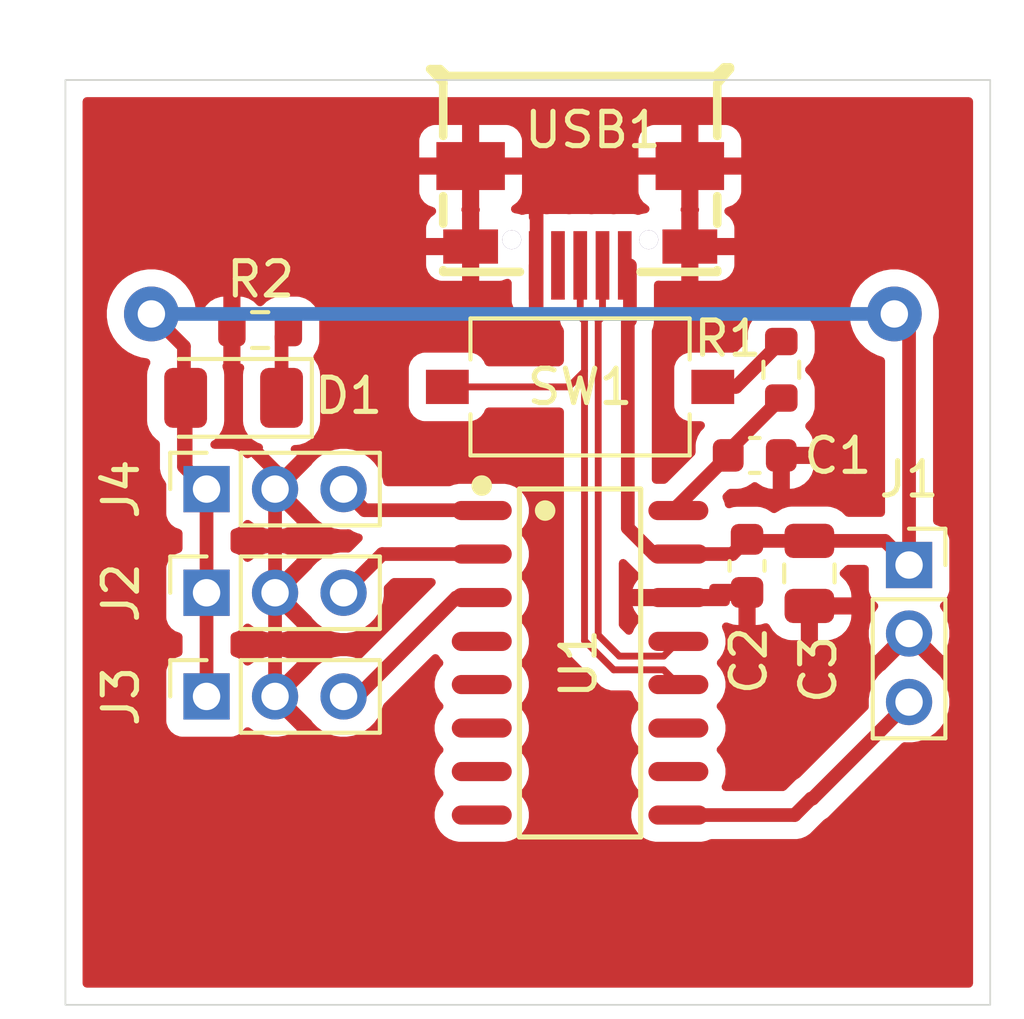
<source format=kicad_pcb>
(kicad_pcb (version 20241229) (generator "pcbnew") (generator_version "9.0")
  (layers (0 "F.Cu" signal) (2 "B.Cu" signal) (13 "F.Paste" user) (15 "B.Paste" user) (5 "F.SilkS" user "F.Silkscreen") (7 "B.SilkS" user "B.Silkscreen") (1 "F.Mask" user) (3 "B.Mask" user) (25 "Edge.Cuts" user))
  (net 0 "")
  (net 1 "GND")
  (net 2 "+3V3")
  (net 3 "VCC")
  (net 4 "Net-(SW1-B)")
  (net 5 "Net-(D1-K)")
  (net 7 "/D+")
  (net 8 "/D-")
  (net 9 "/3.2")
  (net 10 "/3.4")
  (net 16 "A0")
  (net 17 "A1")
  (net 18 "A2")
  (net 19 "A3")
  (footprint "mylib:SOP-16_L10.0-W3.9-P1.27-LS6.0-BL" (layer "F.Cu") (at 143.125 65.06 -90)
    (property "Reference" "U1" (at 0.01 0.045 90) (layer "F.SilkS"))
    (property "Value" "CH552G")
    (fp_line (start -5.08 1.77) (end -5.08 -1.77) (stroke (width 0.15)) (layer "F.SilkS"))
    (fp_line (start 5.08 1.77) (end -5.08 1.77) (stroke (width 0.15)) (layer "F.SilkS"))
    (fp_line (start -5.08 -1.77) (end 5.08 -1.77) (stroke (width 0.15)) (layer "F.SilkS"))
    (fp_line (start 5.08 -1.77) (end 5.08 1.77) (stroke (width 0.15)) (layer "F.SilkS"))
    (fp_circle (center -5.18 2.87) (end -5.03 2.87) (stroke (width 0.3)) (fill no) (layer "F.SilkS"))
    (fp_circle (center -4.45 1.02) (end -4.3 1.02) (stroke (width 0.3)) (fill no) (layer "F.SilkS"))
    (pad "1" smd oval (at -4.45 2.87 270) (size 0.56 1.75) (layers "F.Cu" "F.Mask" "F.Paste") (net 19 "A3"))
    (pad "2" smd oval (at -3.18 2.87 270) (size 0.56 1.75) (layers "F.Cu" "F.Mask" "F.Paste") (net 17 "A1"))
    (pad "3" smd oval (at -1.91 2.87 270) (size 0.56 1.75) (layers "F.Cu" "F.Mask" "F.Paste") (net 18 "A2"))
    (pad "4" smd oval (at -0.63 2.87 270) (size 0.56 1.75) (layers "F.Cu" "F.Mask" "F.Paste"))
    (pad "5" smd oval (at 0.63 2.87 270) (size 0.56 1.75) (layers "F.Cu" "F.Mask" "F.Paste"))
    (pad "6" smd oval (at 1.9 2.87 270) (size 0.56 1.75) (layers "F.Cu" "F.Mask" "F.Paste"))
    (pad "7" smd oval (at 3.17 2.87 270) (size 0.56 1.75) (layers "F.Cu" "F.Mask" "F.Paste"))
    (pad "8" smd oval (at 4.44 2.87 270) (size 0.56 1.75) (layers "F.Cu" "F.Mask" "F.Paste"))
    (pad "9" smd oval (at 4.44 -2.87 270) (size 0.56 1.75) (layers "F.Cu" "F.Mask" "F.Paste") (net 16 "A0"))
    (pad "10" smd oval (at 3.17 -2.87 270) (size 0.56 1.75) (layers "F.Cu" "F.Mask" "F.Paste") (net 9 "/3.2"))
    (pad "11" smd oval (at 1.9 -2.87 270) (size 0.56 1.75) (layers "F.Cu" "F.Mask" "F.Paste") (net 10 "/3.4"))
    (pad "12" smd oval (at 0.63 -2.87 270) (size 0.56 1.75) (layers "F.Cu" "F.Mask" "F.Paste") (net 7 "/D+"))
    (pad "13" smd oval (at -0.63 -2.87 270) (size 0.56 1.75) (layers "F.Cu" "F.Mask" "F.Paste") (net 8 "/D-"))
    (pad "14" smd oval (at -1.91 -2.87 270) (size 0.56 1.75) (layers "F.Cu" "F.Mask" "F.Paste") (net 1 "GND"))
    (pad "15" smd oval (at -3.18 -2.87 270) (size 0.56 1.75) (layers "F.Cu" "F.Mask" "F.Paste") (net 3 "VCC"))
    (pad "16" smd oval (at -4.45 -2.87 270) (size 0.56 1.75) (layers "F.Cu" "F.Mask" "F.Paste") (net 2 "+3V3"))
  )
  (footprint "Capacitor_SMD:C_0805_2012Metric" (layer "F.Cu") (at 149.82 62.445 -90)
    (property "Reference" "C3" (at 2.805 -0.26 90) (layer "F.SilkS"))
    (property "Value" "10uf")
    (fp_line (start -0.261252 0.735) (end 0.261252 0.735) (stroke (width 0.12)) (layer "F.SilkS"))
    (fp_line (start -0.261252 -0.735) (end 0.261252 -0.735) (stroke (width 0.12)) (layer "F.SilkS"))
    (pad "1" smd roundrect (at -0.95 0 270) (size 1 1.45) (layers "F.Cu" "F.Mask" "F.Paste") (net 3 "VCC"))
    (pad "2" smd roundrect (at 0.95 0 270) (size 1 1.45) (layers "F.Cu" "F.Mask" "F.Paste") (net 1 "GND"))
  )
  (footprint "LED_SMD:LED_1206_3216Metric" (layer "F.Cu") (at 133.01 57.32 180)
    (property "Reference" "D1" (at -3.36 0.06 0) (layer "F.SilkS"))
    (property "Value" "LED")
    (fp_line (start 1.6 -1.135) (end -2.285 -1.135) (stroke (width 0.12)) (layer "F.SilkS"))
    (fp_line (start -2.285 1.135) (end 1.6 1.135) (stroke (width 0.12)) (layer "F.SilkS"))
    (fp_line (start -2.285 -1.135) (end -2.285 1.135) (stroke (width 0.12)) (layer "F.SilkS"))
    (pad "1" smd roundrect (at -1.4 0 180) (size 1.25 1.75) (layers "F.Cu" "F.Mask" "F.Paste") (roundrect_rratio 0.2) (net 5 "Net-(D1-K)"))
    (pad "2" smd roundrect (at 1.4 0 180) (size 1.25 1.75) (layers "F.Cu" "F.Mask" "F.Paste") (roundrect_rratio 0.2) (net 3 "VCC"))
  )
  (footprint "Button_Switch_SMD:SW_Tactile_SPST_NO_Straight_CK_PTS636Sx25SMTRLFS" (layer "F.Cu") (at 143.125 57)
    (property "Reference" "SW1" (at 0 0 0) (layer "F.SilkS"))
    (property "Value" "SW_SPST")
    (fp_line (start -3.2 -2) (end -3.2 -0.8) (stroke (width 0.12)) (layer "F.SilkS"))
    (fp_line (start -3.2 0.8) (end -3.2 2) (stroke (width 0.12)) (layer "F.SilkS"))
    (fp_line (start -3.2 2) (end 3.2 2) (stroke (width 0.12)) (layer "F.SilkS"))
    (fp_line (start 3.2 -2) (end -3.2 -2) (stroke (width 0.12)) (layer "F.SilkS"))
    (fp_line (start 3.2 -0.8) (end 3.2 -2) (stroke (width 0.12)) (layer "F.SilkS"))
    (fp_line (start 3.2 2) (end 3.2 0.8) (stroke (width 0.12)) (layer "F.SilkS"))
    (pad "1" smd rect (at -3.875 0) (size 1.25 1) (layers "F.Cu" "F.Mask" "F.Paste") (net 7 "/D+"))
    (pad "2" smd rect (at 3.875 0) (size 1.25 1) (layers "F.Cu" "F.Mask" "F.Paste") (net 4 "Net-(SW1-B)"))
  )
  (footprint "Capacitor_SMD:C_0603_1608Metric" (layer "F.Cu") (at 148 62.225 -90)
    (property "Reference" "C2" (at 2.765 -0.05 270) (layer "F.SilkS"))
    (property "Value" "100n")
    (fp_line (start -0.14058 0.51) (end 0.14058 0.51) (stroke (width 0.12)) (layer "F.SilkS"))
    (fp_line (start -0.14058 -0.51) (end 0.14058 -0.51) (stroke (width 0.12)) (layer "F.SilkS"))
    (pad "1" smd roundrect (at -0.775 0 270) (size 0.9 0.95) (layers "F.Cu" "F.Mask" "F.Paste") (net 3 "VCC"))
    (pad "2" smd roundrect (at 0.775 0 270) (size 0.9 0.95) (layers "F.Cu" "F.Mask" "F.Paste") (net 1 "GND"))
  )
  (footprint "Connector_PinSocket_2.00mm:PinSocket_1x03_P2.00mm_Vertical" (layer "F.Cu") (at 152.73 62.2)
    (property "Reference" "J1" (at 0 -2.5 0) (layer "F.SilkS"))
    (property "Value" "A0")
    (fp_line (start -1.06 1) (end -1.06 5.06) (stroke (width 0.12)) (layer "F.SilkS"))
    (fp_line (start -1.06 1) (end 1.06 1) (stroke (width 0.12)) (layer "F.SilkS"))
    (fp_line (start -1.06 5.06) (end 1.06 5.06) (stroke (width 0.12)) (layer "F.SilkS"))
    (fp_line (start 0 -1.06) (end 1.06 -1.06) (stroke (width 0.12)) (layer "F.SilkS"))
    (fp_line (start 1.06 -1.06) (end 1.06 0) (stroke (width 0.12)) (layer "F.SilkS"))
    (fp_line (start 1.06 1) (end 1.06 5.06) (stroke (width 0.12)) (layer "F.SilkS"))
    (pad "1" thru_hole rect (at 0 0) (size 1.35 1.35) (drill 0.8) (layers "*.Cu" "*.Mask") (net 3 "VCC"))
    (pad "2" thru_hole circle (at 0 2) (size 1.35 1.35) (drill 0.8) (layers "*.Cu" "*.Mask") (net 1 "GND"))
    (pad "3" thru_hole circle (at 0 4) (size 1.35 1.35) (drill 0.8) (layers "*.Cu" "*.Mask") (net 16 "A0"))
  )
  (footprint "Capacitor_SMD:C_0603_1608Metric" (layer "F.Cu") (at 148.225 59)
    (property "Reference" "C1" (at 2.425 0.01 0) (layer "F.SilkS"))
    (property "Value" "100n")
    (fp_line (start -0.14058 -0.51) (end 0.14058 -0.51) (stroke (width 0.12)) (layer "F.SilkS"))
    (fp_line (start -0.14058 0.51) (end 0.14058 0.51) (stroke (width 0.12)) (layer "F.SilkS"))
    (pad "1" smd roundrect (at -0.775 0) (size 0.9 0.95) (layers "F.Cu" "F.Mask" "F.Paste") (net 2 "+3V3"))
    (pad "2" smd roundrect (at 0.775 0) (size 0.9 0.95) (layers "F.Cu" "F.Mask" "F.Paste") (net 1 "GND"))
  )
  (footprint "mylib:MICRO-USB-SMD_MICROQTJ-5P" (layer "F.Cu") (at 143.13 52.0025 180)
    (property "Reference" "USB1" (at -0.37 2.5025 0) (layer "F.SilkS"))
    (property "Value" "MICROQTJ")
    (fp_line (start 4.38 4.28) (end 4.09 4.28) (stroke (width 0.25)) (layer "F.SilkS"))
    (fp_line (start 4.09 4.28) (end 3.88 4.08) (stroke (width 0.25)) (layer "F.SilkS"))
    (fp_line (start 4 2.39) (end 4 3.99) (stroke (width 0.25)) (layer "F.SilkS"))
    (fp_line (start 4 2.39) (end 4 2.33) (stroke (width 0.25)) (layer "F.SilkS"))
    (fp_line (start 4 0.57) (end 4 -0.23) (stroke (width 0.25)) (layer "F.SilkS"))
    (fp_line (start 4 -1.59) (end 4 -1.64) (stroke (width 0.25)) (layer "F.SilkS"))
    (fp_line (start 3.99 3.86) (end 4.38 4.28) (stroke (width 0.25)) (layer "F.SilkS"))
    (fp_line (start 3.88 4.08) (end -3.94 4.08) (stroke (width 0.25)) (layer "F.SilkS"))
    (fp_line (start 1.76 -1.64) (end 4 -1.64) (stroke (width 0.25)) (layer "F.SilkS"))
    (fp_line (start -3.94 4.08) (end -4.2 4.33) (stroke (width 0.25)) (layer "F.SilkS"))
    (fp_line (start -4 2.39) (end -4 3.86) (stroke (width 0.25)) (layer "F.SilkS"))
    (fp_line (start -4 2.39) (end -4 2.33) (stroke (width 0.25)) (layer "F.SilkS"))
    (fp_line (start -4 0.57) (end -4 -0.23) (stroke (width 0.25)) (layer "F.SilkS"))
    (fp_line (start -4 -1.59) (end -4 -1.64) (stroke (width 0.25)) (layer "F.SilkS"))
    (fp_line (start -4 -1.64) (end -1.76 -1.64) (stroke (width 0.25)) (layer "F.SilkS"))
    (fp_line (start -4.2 4.33) (end -4.37 4.33) (stroke (width 0.25)) (layer "F.SilkS"))
    (fp_line (start -4.37 4.33) (end -4.37 4.28) (stroke (width 0.25)) (layer "F.SilkS"))
    (fp_line (start -4.37 4.28) (end -4.01 3.86) (stroke (width 0.25)) (layer "F.SilkS"))
    (pad "" thru_hole circle (at -2 -0.7 180) (size 0.55 0.55) (drill 0.55) (layers "*.Cu" "*.Mask"))
    (pad "" thru_hole circle (at 2 -0.7 180) (size 0.55 0.55) (drill 0.55) (layers "*.Cu" "*.Mask"))
    (pad "1" smd rect (at -1.3 -1.45 90) (size 2 0.4) (layers "F.Cu" "F.Mask" "F.Paste") (net 3 "VCC"))
    (pad "2" smd rect (at -0.65 -1.45 90) (size 2 0.4) (layers "F.Cu" "F.Mask" "F.Paste") (net 8 "/D-"))
    (pad "3" smd rect (at 0 -1.45 90) (size 2 0.4) (layers "F.Cu" "F.Mask" "F.Paste") (net 7 "/D+"))
    (pad "4" smd rect (at 0.65 -1.45 90) (size 2 0.4) (layers "F.Cu" "F.Mask" "F.Paste"))
    (pad "5" smd rect (at 1.3 -1.45 90) (size 2 0.4) (layers "F.Cu" "F.Mask" "F.Paste") (net 1 "GND"))
    (pad "6" smd rect (at -3.2 -0.9 180) (size 1.6 1) (layers "F.Cu" "F.Mask" "F.Paste") (net 1 "GND"))
    (pad "7" smd rect (at -3.2 1.45 180) (size 2 1.4) (layers "F.Cu" "F.Mask" "F.Paste") (net 1 "GND"))
    (pad "8" smd rect (at 3.2 1.45 180) (size 2 1.4) (layers "F.Cu" "F.Mask" "F.Paste") (net 1 "GND"))
    (pad "9" smd rect (at 3.2 -0.9 180) (size 1.6 1) (layers "F.Cu" "F.Mask" "F.Paste") (net 1 "GND"))
  )
  (footprint "Connector_PinSocket_2.00mm:PinSocket_1x03_P2.00mm_Vertical" (layer "F.Cu") (at 132.22 59.983333 90)
    (property "Reference" "J4" (at 0 -2.5 90) (layer "F.SilkS"))
    (property "Value" "A3")
    (fp_line (start 1.06 -1.06) (end 1.06 0) (stroke (width 0.12)) (layer "F.SilkS"))
    (fp_line (start 0 -1.06) (end 1.06 -1.06) (stroke (width 0.12)) (layer "F.SilkS"))
    (fp_line (start 1.06 1) (end 1.06 5.06) (stroke (width 0.12)) (layer "F.SilkS"))
    (fp_line (start -1.06 1) (end 1.06 1) (stroke (width 0.12)) (layer "F.SilkS"))
    (fp_line (start -1.06 1) (end -1.06 5.06) (stroke (width 0.12)) (layer "F.SilkS"))
    (fp_line (start -1.06 5.06) (end 1.06 5.06) (stroke (width 0.12)) (layer "F.SilkS"))
    (pad "1" thru_hole rect (at 0 0 90) (size 1.35 1.35) (drill 0.8) (layers "*.Cu" "*.Mask") (net 3 "VCC"))
    (pad "2" thru_hole circle (at 0 2 90) (size 1.35 1.35) (drill 0.8) (layers "*.Cu" "*.Mask") (net 1 "GND"))
    (pad "3" thru_hole circle (at 0 4 90) (size 1.35 1.35) (drill 0.8) (layers "*.Cu" "*.Mask") (net 19 "A3"))
  )
  (footprint "Resistor_SMD:R_0603_1608Metric" (layer "F.Cu") (at 149 56.5 90)
    (property "Reference" "R1" (at 0.91 -1.56 180) (layer "F.SilkS"))
    (property "Value" "10k")
    (fp_line (start -0.237258 -0.5225) (end 0.237258 -0.5225) (stroke (width 0.12)) (layer "F.SilkS"))
    (fp_line (start -0.237258 0.5225) (end 0.237258 0.5225) (stroke (width 0.12)) (layer "F.SilkS"))
    (pad "1" smd roundrect (at -0.825 0 90) (size 0.8 0.95) (layers "F.Cu" "F.Mask" "F.Paste") (net 2 "+3V3"))
    (pad "2" smd roundrect (at 0.825 0 90) (size 0.8 0.95) (layers "F.Cu" "F.Mask" "F.Paste") (net 4 "Net-(SW1-B)"))
  )
  (footprint "Connector_PinSocket_2.00mm:PinSocket_1x03_P2.00mm_Vertical" (layer "F.Cu") (at 132.22 66.036666 90)
    (property "Reference" "J3" (at 0 -2.5 90) (layer "F.SilkS"))
    (property "Value" "A2")
    (fp_line (start 1.06 -1.06) (end 1.06 0) (stroke (width 0.12)) (layer "F.SilkS"))
    (fp_line (start 0 -1.06) (end 1.06 -1.06) (stroke (width 0.12)) (layer "F.SilkS"))
    (fp_line (start 1.06 1) (end 1.06 5.06) (stroke (width 0.12)) (layer "F.SilkS"))
    (fp_line (start -1.06 1) (end 1.06 1) (stroke (width 0.12)) (layer "F.SilkS"))
    (fp_line (start -1.06 1) (end -1.06 5.06) (stroke (width 0.12)) (layer "F.SilkS"))
    (fp_line (start -1.06 5.06) (end 1.06 5.06) (stroke (width 0.12)) (layer "F.SilkS"))
    (pad "1" thru_hole rect (at 0 0 90) (size 1.35 1.35) (drill 0.8) (layers "*.Cu" "*.Mask") (net 3 "VCC"))
    (pad "2" thru_hole circle (at 0 2 90) (size 1.35 1.35) (drill 0.8) (layers "*.Cu" "*.Mask") (net 1 "GND"))
    (pad "3" thru_hole circle (at 0 4 90) (size 1.35 1.35) (drill 0.8) (layers "*.Cu" "*.Mask") (net 18 "A2"))
  )
  (footprint "Resistor_SMD:R_0603_1608Metric" (layer "F.Cu") (at 133.785 55.34 180)
    (property "Reference" "R2" (at -0.015 1.48 0) (layer "F.SilkS"))
    (property "Value" "1k")
    (fp_line (start -0.237258 0.5225) (end 0.237258 0.5225) (stroke (width 0.12)) (layer "F.SilkS"))
    (fp_line (start -0.237258 -0.5225) (end 0.237258 -0.5225) (stroke (width 0.12)) (layer "F.SilkS"))
    (pad "1" smd roundrect (at -0.825 0 180) (size 0.8 0.95) (layers "F.Cu" "F.Mask" "F.Paste") (net 5 "Net-(D1-K)"))
    (pad "2" smd roundrect (at 0.825 0 180) (size 0.8 0.95) (layers "F.Cu" "F.Mask" "F.Paste") (net 1 "GND"))
  )
  (footprint "Connector_PinSocket_2.00mm:PinSocket_1x03_P2.00mm_Vertical" (layer "F.Cu") (at 132.22 63.01 90)
    (property "Reference" "J2" (at 0 -2.5 90) (layer "F.SilkS"))
    (property "Value" "A1")
    (fp_line (start 1.06 -1.06) (end 1.06 0) (stroke (width 0.12)) (layer "F.SilkS"))
    (fp_line (start 0 -1.06) (end 1.06 -1.06) (stroke (width 0.12)) (layer "F.SilkS"))
    (fp_line (start 1.06 1) (end 1.06 5.06) (stroke (width 0.12)) (layer "F.SilkS"))
    (fp_line (start -1.06 1) (end 1.06 1) (stroke (width 0.12)) (layer "F.SilkS"))
    (fp_line (start -1.06 1) (end -1.06 5.06) (stroke (width 0.12)) (layer "F.SilkS"))
    (fp_line (start -1.06 5.06) (end 1.06 5.06) (stroke (width 0.12)) (layer "F.SilkS"))
    (pad "1" thru_hole rect (at 0 0 90) (size 1.35 1.35) (drill 0.8) (layers "*.Cu" "*.Mask") (net 3 "VCC"))
    (pad "2" thru_hole circle (at 0 2 90) (size 1.35 1.35) (drill 0.8) (layers "*.Cu" "*.Mask") (net 1 "GND"))
    (pad "3" thru_hole circle (at 0 4 90) (size 1.35 1.35) (drill 0.8) (layers "*.Cu" "*.Mask") (net 17 "A1"))
  )
  (gr_rect (start 128.1 48.04) (end 155.1 75.04) (stroke (width 0.05)) (fill no) (layer "Edge.Cuts"))
  (segment (start 149.82 63.395) (end 149.82 63.27) (width 0.4) (layer "F.Cu") (net 1))
  (segment (start 141.83 53.4525) (end 141.83 55.57) (width 0.4) (layer "F.Cu") (net 1))
  (segment (start 134.22 59.983333) (end 134.22 59.45) (width 0.4) (layer "F.Cu") (net 1))
  (segment (start 141.856 55.544) (end 141.856 50.746) (width 0.4) (layer "F.Cu") (net 1))
  (segment (start 141.83 55.57) (end 141.856 55.544) (width 0.4) (layer "F.Cu") (net 1))
  (segment (start 134.22 59.983333) (end 134.22 66.036666) (width 0.4) (layer "F.Cu") (net 1))
  (segment (start 134.22 59.45) (end 133.57 58.8) (width 0.4) (layer "F.Cu") (net 1))
  (segment (start 141.856 50.746) (end 141.84 50.73) (width 0.4) (layer "F.Cu") (net 1))
  (segment (start 147.45 58.875) (end 149 57.325) (width 0.4) (layer "F.Cu") (net 2))
  (segment (start 145.995 60.61) (end 145.995 60.455) (width 0.4) (layer "F.Cu") (net 2))
  (segment (start 147.45 59) (end 147.45 58.875) (width 0.4) (layer "F.Cu") (net 2))
  (segment (start 145.995 60.455) (end 147.45 59) (width 0.4) (layer "F.Cu") (net 2))
  (segment (start 148.045 61.495) (end 148 61.45) (width 0.4) (layer "F.Cu") (net 3))
  (segment (start 132.22 59.983333) (end 132.22 66.036666) (width 0.4) (layer "F.Cu") (net 3))
  (segment (start 131.56 59.323333) (end 132.22 59.983333) (width 0.4) (layer "F.Cu") (net 3))
  (segment (start 147.57 61.88) (end 148 61.45) (width 0.4) (layer "F.Cu") (net 3))
  (segment (start 144.519 61.119) (end 144.519 55.1155) (width 0.4) (layer "F.Cu") (net 3))
  (segment (start 149.82 61.495) (end 148.045 61.495) (width 0.4) (layer "F.Cu") (net 3))
  (segment (start 152.73 55.3) (end 152.3 54.87) (width 0.4) (layer "F.Cu") (net 3))
  (segment (start 144.581 55.0535) (end 144.581 53.4525) (width 0.4) (layer "F.Cu") (net 3))
  (segment (start 130.61 54.87) (end 131.56 55.82) (width 0.4) (layer "F.Cu") (net 3))
  (segment (start 152.73 62.2) (end 152.73 55.3) (width 0.4) (layer "F.Cu") (net 3))
  (segment (start 131.56 55.82) (end 131.56 59.323333) (width 0.4) (layer "F.Cu") (net 3))
  (segment (start 131.61 59.373333) (end 131.61 57.32) (width 0.4) (layer "F.Cu") (net 3))
  (segment (start 132.22 59.983333) (end 131.61 59.373333) (width 0.4) (layer "F.Cu") (net 3))
  (segment (start 145.995 61.88) (end 145.28 61.88) (width 0.4) (layer "F.Cu") (net 3))
  (segment (start 144.519 55.1155) (end 144.581 55.0535) (width 0.4) (layer "F.Cu") (net 3))
  (segment (start 145.995 61.88) (end 147.57 61.88) (width 0.4) (layer "F.Cu") (net 3))
  (segment (start 145.28 61.88) (end 144.519 61.119) (width 0.4) (layer "F.Cu") (net 3))
  (segment (start 152.025 61.495) (end 152.73 62.2) (width 0.4) (layer "F.Cu") (net 3))
  (segment (start 149.82 61.495) (end 152.025 61.495) (width 0.4) (layer "F.Cu") (net 3))
  (via (at 130.61 54.87) (size 1.6) (drill 0.8) (layers "F.Cu" "B.Cu") (net 3))
  (via (at 152.3 54.87) (size 1.6) (drill 0.8) (layers "F.Cu" "B.Cu") (net 3))
  (segment (start 130.61 54.87) (end 152.3 54.87) (width 0.4) (layer "B.Cu") (net 3))
  (segment (start 147.675 57) (end 149 55.675) (width 0.4) (layer "F.Cu") (net 4))
  (segment (start 147 57) (end 147.675 57) (width 0.4) (layer "F.Cu") (net 4))
  (segment (start 134.41 55.54) (end 134.61 55.34) (width 0.4) (layer "F.Cu") (net 5))
  (segment (start 134.41 57.32) (end 134.41 55.54) (width 0.4) (layer "F.Cu") (net 5))
  (segment (start 143.255 64.407844) (end 143.255 56.54) (width 0.2) (layer "F.Cu") (net 7))
  (segment (start 143.255 55.077501) (end 143.13 54.952501) (width 0.2) (layer "F.Cu") (net 7))
  (segment (start 139.25 57) (end 142.795 57) (width 0.2) (layer "F.Cu") (net 7))
  (segment (start 142.795 57) (end 143.255 56.54) (width 0.2) (layer "F.Cu") (net 7))
  (segment (start 145.995 65.69) (end 145.565 65.26) (width 0.2) (layer "F.Cu") (net 7))
  (segment (start 145.565 65.26) (end 144.107156 65.26) (width 0.2) (layer "F.Cu") (net 7))
  (segment (start 143.13 54.952501) (end 143.13 53.4525) (width 0.2) (layer "F.Cu") (net 7))
  (segment (start 144.107156 65.26) (end 143.255 64.407844) (width 0.2) (layer "F.Cu") (net 7))
  (segment (start 143.255 56.54) (end 143.255 55.077501) (width 0.2) (layer "F.Cu") (net 7))
  (segment (start 143.78 54.952501) (end 143.78 53.4525) (width 0.2) (layer "F.Cu") (net 8))
  (segment (start 143.655 64.242156) (end 143.655 55.077501) (width 0.2) (layer "F.Cu") (net 8))
  (segment (start 145.995 64.43) (end 145.565 64.86) (width 0.2) (layer "F.Cu") (net 8))
  (segment (start 144.272844 64.86) (end 143.655 64.242156) (width 0.2) (layer "F.Cu") (net 8))
  (segment (start 143.655 55.077501) (end 143.78 54.952501) (width 0.2) (layer "F.Cu") (net 8))
  (segment (start 145.565 64.86) (end 144.272844 64.86) (width 0.2) (layer "F.Cu") (net 8))
  (segment (start 149.91 69.02) (end 149.87 69.02) (width 0.4) (layer "F.Cu") (net 16))
  (segment (start 149.39 69.5) (end 145.995 69.5) (width 0.4) (layer "F.Cu") (net 16))
  (segment (start 152.73 66.2) (end 149.91 69.02) (width 0.4) (layer "F.Cu") (net 16))
  (segment (start 149.87 69.02) (end 149.39 69.5) (width 0.4) (layer "F.Cu") (net 16))
  (segment (start 137.35 61.88) (end 136.22 63.01) (width 0.4) (layer "F.Cu") (net 17))
  (segment (start 140.255 61.88) (end 137.35 61.88) (width 0.4) (layer "F.Cu") (net 17))
  (segment (start 140.255 63.15) (end 139.51 63.15) (width 0.4) (layer "F.Cu") (net 18))
  (segment (start 136.623334 66.036666) (end 136.22 66.036666) (width 0.4) (layer "F.Cu") (net 18))
  (segment (start 139.51 63.15) (end 136.623334 66.036666) (width 0.4) (layer "F.Cu") (net 18))
  (segment (start 140.245 60.6) (end 140.255 60.61) (width 0.4) (layer "F.Cu") (net 19))
  (segment (start 136.22 59.983333) (end 136.836667 60.6) (width 0.4) (layer "F.Cu") (net 19))
  (segment (start 136.836667 60.6) (end 140.245 60.6) (width 0.4) (layer "F.Cu") (net 19))
  (zone (net 1) (net_name "GND") (layer "F.Cu") (connect_pads (clearance 0.5)) (min_thickness 0.25) (fill yes (thermal_gap 0.5) (thermal_bridge_width 0.5))
    (polygon (pts (xy 126.19 48.386685) (xy 156.099971 48.40164) (xy 156.089144 75.46) (xy 126.19 75.46)))
  )
)
</source>
